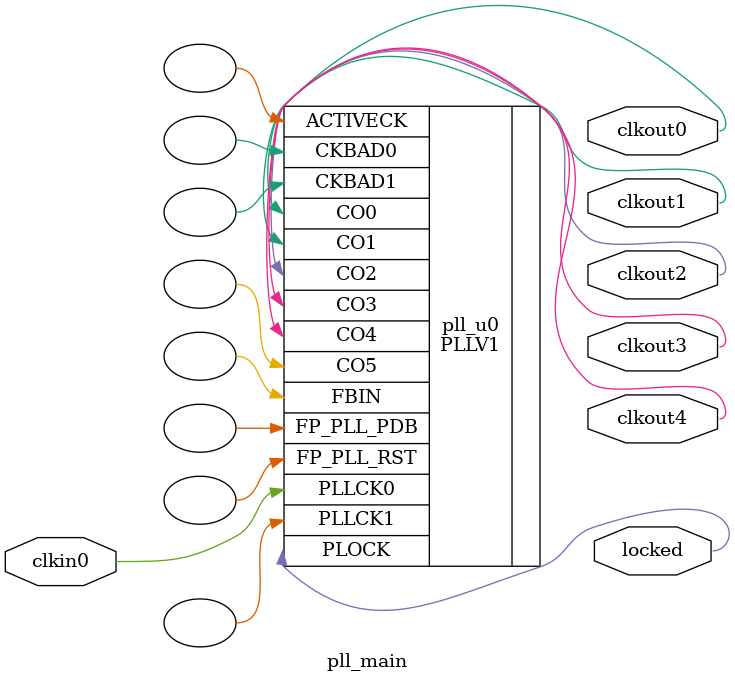
<source format=v>

module pll_main(
    clkin0,
    clkout0,
    clkout1,
    clkout2,
    clkout3,
    clkout4,
    locked
);

input clkin0;
output clkout0;
output clkout1;
output clkout2;
output clkout3;
output clkout4;
output locked;

PLLV1 #(
        .CFG_SEL_FBPATH (1'b0),
        .pll_sel ("auto"),
        .input_freq ("25.00"),
        .CFG_CKSEL (1'b0),
        .CFG_CK_SWITCH_EN (1'b0),
        .CFG_DIVN (8'b00000000),
        .CFG_DIVM (8'b00101111),
        .CFG_DIVFB (1'b0),
        .CFG_LPF (3'b011),
        .CFG_CPSEL_CR (3'b011),
        .CFG_CPSEL_FN (7'b0101111),
        .CFG_CP_AUTO_ENB (1'b0),
        .CFG_RST_REG_ENB (1'b0),
        .CFG_CALIB_EN (1'b1),
        .CFG_CALIB_RSTN (1'b1),
        .CFG_CALIB_MANUAL (4'b1000),
        .CFG_CALIB_WIN (2'b00),
        .CFG_CALIB_DIV (8'b00011001),
        .CFG_CALIB_16_32U (1'b0),
        .CFG_BP_VDOUT (1'b0),
        .CFG_LKD_MUX (1'b0),
        .CFG_FORCE_LOCK (1'b0),
        .CFG_FLDD (2'b11),
        .CFG_ATEST_EN (1'b0),
        .CFG_DTEST_EN (1'b0),
        .CFG_ATEST_SEL (1'b0),
        .CFG_DTEST_SEL (1'b0),
        .CFG_VCO_INI_SEL (1'b0),
        .CFG_LKD_TOL (1'b0),
        .CFG_LKD_HOLD (1'b0),
        .CFG_VRSEL (2'b01),
        .CFG_BK (4'b0000),
        .CFG_SSEN (1'b0),
        .CFG_SSDIVH (2'b00),
        .CFG_SSDIVL (8'b11111001),
        .CFG_SSRG (2'b01),
        .CFG_PSSEL (6'b000000),
        .CFG_MKEN0 (1'b1),
        .CFG_MKEN1 (1'b1),
        .CFG_MKEN2 (1'b1),
        .CFG_MKEN3 (1'b1),
        .CFG_MKEN4 (1'b1),
        .CFG_MKEN5 (1'b0),
        .CFG_BPS0 (1'b0),
        .CFG_BPS1 (1'b0),
        .CFG_BPS2 (1'b0),
        .CFG_BPS3 (1'b0),
        .CFG_BPS4 (1'b0),
        .CFG_BPS5 (1'b0),
        .CFG_DIVC0 (8'b00001110),
        .CFG_DIVC1 (8'b00001011),
        .CFG_DIVC2 (8'b00001110),
        .CFG_DIVC3 (8'b00000101),
        .CFG_DIVC4 (8'b00101111),
        .CFG_DIVC5 (8'b00100000),
        .CFG_CO0DLY (8'b00000000),
        .CFG_CO1DLY (8'b00000000),
        .CFG_CO2DLY (8'b00000000),
        .CFG_CO3DLY (8'b00000000),
        .CFG_CO4DLY (8'b00000000),
        .CFG_CO5DLY (8'b00000000),
        .CFG_P0SEL (3'b000),
        .CFG_P1SEL (3'b000),
        .CFG_P2SEL (3'b000),
        .CFG_P3SEL (3'b000),
        .CFG_P4SEL (3'b000),
        .CFG_P5SEL (3'b000),
        .CFG_PFBSEL (3'b000),
        .CFG_RSTPLL_SEL (2'b01),
        .CFG_PPDB_SEL (2'b01),
        .CFG_LOCK_GATE (1'b1),
        .CFG_FRAC (3'b000),
        .CFG_FP_EN (1'b0)
)
pll_u0 (
        .PLLCK0 (clkin0),
        .PLLCK1 (),
        .FBIN (),
        .FP_PLL_PDB (),
        .FP_PLL_RST (),
        .ACTIVECK (),
        .CKBAD0 (),
        .CKBAD1 (),
        .CO0 (clkout0),
        .CO1 (clkout1),
        .CO2 (clkout2),
        .CO3 (clkout3),
        .CO4 (clkout4),
        .CO5 (),
        .PLOCK (locked)
);

endmodule

// ============================================================
//                  pll Setting
//
// Warning: This part is read by Fuxi, please don't modify it.
// ============================================================
// Device          : P1P060N0V324I7
// Module          : pll_main
// IP core         : pll
// IP Version      : 1

// AutoSwitch      : false
// BandWidth       : Medium
// Bypass0         : false
// Bypass1         : false
// Bypass2         : false
// Bypass3         : false
// Bypass4         : false
// Bypass5         : false
// C0              : 14
// C1              : 11
// C2              : 14
// C3              : 5
// C4              : 47
// C5              : 32
// Clkin0Enable    : true
// Clkin1Enable    : false
// ClkinDefault    : 0
// Clkout0UseFrac  : false
// ClkoutNum       : 5
// Delay0          : 0
// Delay1          : 0
// Delay2          : 0
// Delay3          : 0
// Delay4          : 0
// Delay5          : 0
// DelayUnit       : degree
// DeskewMode      : None
// DynPhaseShift0  : false
// DynPhaseShift1  : false
// DynPhaseShift2  : false
// DynPhaseShift3  : false
// DynPhaseShift4  : false
// DynPhaseShift5  : false
// Enable0         : true
// Enable1         : true
// Enable2         : true
// Enable3         : true
// Enable4         : true
// Enable5         : false
// ForceLocked     : false
// GclkCcbEnable   : false
// InputFreq       : 25
// M               : 47
// N               : 0
// Phase0          : 0
// Phase1          : 0
// Phase2          : 0
// Phase3          : 0
// Phase4          : 0
// Phase5          : 0
// PllLocation     : auto
// PortActiveck    : false
// PortCkbad0      : false
// PortCkbad1      : false
// PortLocked      : true
// PowerMode       : always_on
// ResetMode       : ccb
// Simulation Files: 
// SpreadDivH      : 0
// SpreadDivL      : 249
// SpreadEnable    : false
// SpreadRatio     : 1
// Synthesis Files : 
// UseLockGate     : false
// VcoCalibration  : true
// VcoDivide       : 0

</source>
